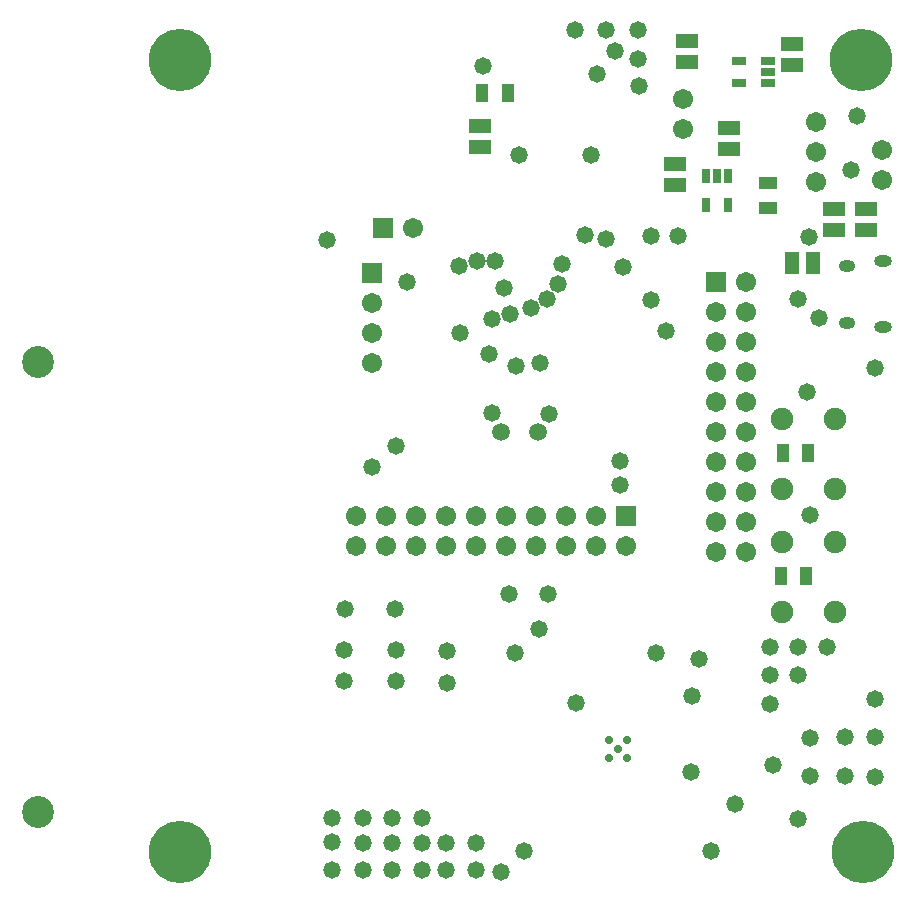
<source format=gbs>
%FSLAX25Y25*%
%MOIN*%
G70*
G01*
G75*
G04 Layer_Color=16711935*
%ADD10C,0.01969*%
%ADD11C,0.01000*%
%ADD12R,0.05512X0.03543*%
%ADD13R,0.03543X0.05512*%
%ADD14R,0.04016X0.07008*%
%ADD15R,0.06693X0.03150*%
%ADD16R,0.02756X0.03543*%
%ADD17R,0.05512X0.03150*%
%ADD18O,0.03740X0.00906*%
%ADD19R,0.03740X0.00906*%
%ADD20R,0.00906X0.03740*%
%ADD21R,0.09843X0.09843*%
%ADD22R,0.02756X0.02165*%
%ADD23R,0.12795X0.05118*%
%ADD24R,0.07087X0.01772*%
%ADD25R,0.05709X0.07874*%
%ADD26R,0.03543X0.02756*%
%ADD27R,0.04724X0.04331*%
%ADD28O,0.01181X0.06890*%
%ADD29O,0.06890X0.01181*%
G04:AMPARAMS|DCode=30|XSize=60mil|YSize=40mil|CornerRadius=19.8mil|HoleSize=0mil|Usage=FLASHONLY|Rotation=270.000|XOffset=0mil|YOffset=0mil|HoleType=Round|Shape=RoundedRectangle|*
%AMROUNDEDRECTD30*
21,1,0.06000,0.00040,0,0,270.0*
21,1,0.02040,0.04000,0,0,270.0*
1,1,0.03960,-0.00020,-0.01020*
1,1,0.03960,-0.00020,0.01020*
1,1,0.03960,0.00020,0.01020*
1,1,0.03960,0.00020,-0.01020*
%
%ADD30ROUNDEDRECTD30*%
G04:AMPARAMS|DCode=31|XSize=60mil|YSize=40mil|CornerRadius=19.8mil|HoleSize=0mil|Usage=FLASHONLY|Rotation=180.000|XOffset=0mil|YOffset=0mil|HoleType=Round|Shape=RoundedRectangle|*
%AMROUNDEDRECTD31*
21,1,0.06000,0.00040,0,0,180.0*
21,1,0.02040,0.04000,0,0,180.0*
1,1,0.03960,-0.01020,0.00020*
1,1,0.03960,0.01020,0.00020*
1,1,0.03960,0.01020,-0.00020*
1,1,0.03960,-0.01020,-0.00020*
%
%ADD31ROUNDEDRECTD31*%
%ADD32C,0.00787*%
%ADD33C,0.01500*%
%ADD34C,0.05906*%
%ADD35R,0.05906X0.05906*%
%ADD36C,0.20000*%
%ADD37C,0.20031*%
%ADD38O,0.04724X0.03150*%
%ADD39O,0.05118X0.03150*%
%ADD40C,0.05118*%
%ADD41C,0.09843*%
%ADD42C,0.06693*%
%ADD43R,0.05906X0.05906*%
%ADD44C,0.05000*%
%ADD45C,0.01969*%
%ADD46C,0.04000*%
%ADD47C,0.07543*%
%ADD48C,0.15799*%
%ADD49O,0.08331X0.06756*%
%ADD50O,0.08724X0.06756*%
%ADD51C,0.06756*%
%ADD52C,0.10299*%
%ADD53C,0.08724*%
%ADD54R,0.02362X0.03740*%
%ADD55R,0.07008X0.04016*%
%ADD56R,0.03150X0.05512*%
%ADD57R,0.03740X0.02362*%
%ADD58C,0.00984*%
%ADD59C,0.02362*%
%ADD60C,0.02000*%
%ADD61C,0.00197*%
%ADD62C,0.00394*%
%ADD63C,0.00591*%
%ADD64C,0.01600*%
%ADD65C,0.00500*%
%ADD66R,0.06312X0.04343*%
%ADD67R,0.04343X0.06312*%
%ADD68R,0.04816X0.07808*%
%ADD69R,0.07493X0.03950*%
%ADD70R,0.03556X0.04343*%
%ADD71R,0.06312X0.03950*%
%ADD72O,0.04540X0.01706*%
%ADD73R,0.04540X0.01706*%
%ADD74R,0.01706X0.04540*%
%ADD75R,0.10642X0.10642*%
%ADD76R,0.03556X0.02965*%
%ADD77R,0.13595X0.05918*%
%ADD78R,0.07887X0.02572*%
%ADD79R,0.06509X0.08674*%
%ADD80R,0.04343X0.03556*%
%ADD81R,0.05524X0.05131*%
%ADD82O,0.01981X0.07690*%
%ADD83O,0.07690X0.01981*%
G04:AMPARAMS|DCode=84|XSize=68mil|YSize=48mil|CornerRadius=23.8mil|HoleSize=0mil|Usage=FLASHONLY|Rotation=270.000|XOffset=0mil|YOffset=0mil|HoleType=Round|Shape=RoundedRectangle|*
%AMROUNDEDRECTD84*
21,1,0.06800,0.00040,0,0,270.0*
21,1,0.02040,0.04800,0,0,270.0*
1,1,0.04760,-0.00020,-0.01020*
1,1,0.04760,-0.00020,0.01020*
1,1,0.04760,0.00020,0.01020*
1,1,0.04760,0.00020,-0.01020*
%
%ADD84ROUNDEDRECTD84*%
G04:AMPARAMS|DCode=85|XSize=68mil|YSize=48mil|CornerRadius=23.8mil|HoleSize=0mil|Usage=FLASHONLY|Rotation=180.000|XOffset=0mil|YOffset=0mil|HoleType=Round|Shape=RoundedRectangle|*
%AMROUNDEDRECTD85*
21,1,0.06800,0.00040,0,0,180.0*
21,1,0.02040,0.04800,0,0,180.0*
1,1,0.04760,-0.01020,0.00020*
1,1,0.04760,0.01020,0.00020*
1,1,0.04760,0.01020,-0.00020*
1,1,0.04760,-0.01020,-0.00020*
%
%ADD85ROUNDEDRECTD85*%
%ADD86C,0.06706*%
%ADD87R,0.06706X0.06706*%
%ADD88C,0.20800*%
%ADD89C,0.20832*%
%ADD90O,0.05524X0.03950*%
%ADD91O,0.05918X0.03950*%
%ADD92C,0.05918*%
%ADD93C,0.10642*%
%ADD94C,0.07493*%
%ADD95R,0.06706X0.06706*%
%ADD96C,0.05800*%
%ADD97C,0.02769*%
%ADD98R,0.03162X0.04540*%
%ADD99R,0.07808X0.04816*%
%ADD100R,0.03950X0.06312*%
%ADD101R,0.04540X0.03162*%
D66*
X448500Y542134D02*
D03*
Y533866D02*
D03*
D67*
X461634Y452000D02*
D03*
X453366D02*
D03*
X452866Y411000D02*
D03*
X461134D02*
D03*
D68*
X456496Y515500D02*
D03*
X463504D02*
D03*
D86*
X311000Y421000D02*
D03*
Y431000D02*
D03*
X321000Y421000D02*
D03*
Y431000D02*
D03*
X331000Y421000D02*
D03*
Y431000D02*
D03*
X341000Y421000D02*
D03*
Y431000D02*
D03*
X351000Y421000D02*
D03*
Y431000D02*
D03*
X361000Y421000D02*
D03*
Y431000D02*
D03*
X371000Y421000D02*
D03*
Y431000D02*
D03*
X381000Y421000D02*
D03*
Y431000D02*
D03*
X391000Y421000D02*
D03*
Y431000D02*
D03*
X401000Y421000D02*
D03*
X330051Y527154D02*
D03*
X486500Y542921D02*
D03*
Y552921D02*
D03*
X464500Y542500D02*
D03*
Y552500D02*
D03*
Y562500D02*
D03*
X440954Y419000D02*
D03*
X430954D02*
D03*
X440954Y429000D02*
D03*
X430954D02*
D03*
X440954Y439000D02*
D03*
X430954D02*
D03*
X440954Y449000D02*
D03*
X430954D02*
D03*
X440954Y459000D02*
D03*
X430954D02*
D03*
X440954Y469000D02*
D03*
X430954D02*
D03*
X440954Y479000D02*
D03*
X430954D02*
D03*
X440954Y489000D02*
D03*
X430954D02*
D03*
X440954Y499000D02*
D03*
X430954D02*
D03*
X440954Y509000D02*
D03*
X316500Y502000D02*
D03*
Y492000D02*
D03*
Y482000D02*
D03*
X420114Y569924D02*
D03*
Y559925D02*
D03*
D87*
X401000Y431000D02*
D03*
X320051Y527154D02*
D03*
D88*
X480000Y319000D02*
D03*
X252500D02*
D03*
Y583000D02*
D03*
D89*
X479500D02*
D03*
D90*
X474713Y495472D02*
D03*
Y514567D02*
D03*
D91*
X486642Y493976D02*
D03*
Y516063D02*
D03*
D92*
X371766Y459173D02*
D03*
X359562D02*
D03*
D93*
X205000Y332500D02*
D03*
Y482500D02*
D03*
D94*
X470858Y463311D02*
D03*
X453142Y440083D02*
D03*
Y463311D02*
D03*
X470858Y440083D02*
D03*
Y422311D02*
D03*
X453142Y399083D02*
D03*
Y422311D02*
D03*
X470858Y399083D02*
D03*
D95*
X430954Y509000D02*
D03*
X316500Y512000D02*
D03*
D96*
X399000Y449500D02*
D03*
Y441500D02*
D03*
X465500Y497000D02*
D03*
X476000Y546500D02*
D03*
X478000Y564500D02*
D03*
X409500Y524500D02*
D03*
X418500D02*
D03*
X397500Y586000D02*
D03*
X405500Y574500D02*
D03*
X405000Y583500D02*
D03*
X394500Y593000D02*
D03*
X405000D02*
D03*
X384000D02*
D03*
X484000Y480500D02*
D03*
X462500Y357000D02*
D03*
X468000Y387500D02*
D03*
X458500Y378000D02*
D03*
X449000Y368500D02*
D03*
Y378000D02*
D03*
Y387500D02*
D03*
X458500D02*
D03*
X423000Y371000D02*
D03*
X462500Y431500D02*
D03*
X461500Y472500D02*
D03*
X328000Y509000D02*
D03*
X316500Y447500D02*
D03*
X324500Y454500D02*
D03*
X375000Y405000D02*
D03*
X362000D02*
D03*
X462500Y344500D02*
D03*
X474000D02*
D03*
Y357500D02*
D03*
X484000Y344000D02*
D03*
Y357500D02*
D03*
Y370000D02*
D03*
X341500Y386000D02*
D03*
Y375500D02*
D03*
X324500Y376000D02*
D03*
X307000D02*
D03*
Y386500D02*
D03*
X324500D02*
D03*
X324000Y400000D02*
D03*
X307500D02*
D03*
X333000Y330500D02*
D03*
X323000D02*
D03*
X351000Y322000D02*
D03*
X341000D02*
D03*
X333000D02*
D03*
X323000D02*
D03*
X313500D02*
D03*
X303000Y322500D02*
D03*
X359500Y312500D02*
D03*
X351000Y313000D02*
D03*
X341000D02*
D03*
X333000D02*
D03*
X323000D02*
D03*
X313500D02*
D03*
X303000D02*
D03*
X313500Y330500D02*
D03*
X303000D02*
D03*
X372000Y393500D02*
D03*
X422658Y345628D02*
D03*
X384500Y368704D02*
D03*
X425500Y383500D02*
D03*
X400000Y514000D02*
D03*
X411000Y385500D02*
D03*
X367000Y319500D02*
D03*
X429500D02*
D03*
X364000Y385500D02*
D03*
X437500Y335000D02*
D03*
X458500Y330000D02*
D03*
X356500Y465500D02*
D03*
X375500Y465000D02*
D03*
X345684Y492000D02*
D03*
X372500Y482000D02*
D03*
X355500Y485000D02*
D03*
X364500Y481000D02*
D03*
X414500Y492684D02*
D03*
X345500Y514500D02*
D03*
X387527Y524649D02*
D03*
X351500Y516000D02*
D03*
X450000Y348000D02*
D03*
X360500Y507000D02*
D03*
X374735Y503443D02*
D03*
X378500Y508500D02*
D03*
X356575Y496629D02*
D03*
X369431Y500319D02*
D03*
X362500Y498500D02*
D03*
X379843Y515232D02*
D03*
X357500Y516000D02*
D03*
X394500Y523297D02*
D03*
X409500Y503000D02*
D03*
X353297Y581142D02*
D03*
X391500Y578500D02*
D03*
X365500Y551500D02*
D03*
X389500D02*
D03*
X458500Y503500D02*
D03*
X462000Y524000D02*
D03*
X301500Y523000D02*
D03*
D97*
X398354Y353571D02*
D03*
X395500Y356524D02*
D03*
X401524D02*
D03*
X395500Y350500D02*
D03*
X401524D02*
D03*
D98*
X427760Y534677D02*
D03*
X435240D02*
D03*
Y544323D02*
D03*
X431500D02*
D03*
X427760D02*
D03*
D99*
X470500Y526496D02*
D03*
Y533504D02*
D03*
X435500Y560504D02*
D03*
Y553496D02*
D03*
X417500Y541496D02*
D03*
Y548504D02*
D03*
X421500Y589504D02*
D03*
Y582496D02*
D03*
X481000Y533504D02*
D03*
Y526496D02*
D03*
X456500Y588504D02*
D03*
Y581496D02*
D03*
X352500Y553996D02*
D03*
Y561004D02*
D03*
D100*
X361831Y572000D02*
D03*
X353169D02*
D03*
D101*
X438677Y582740D02*
D03*
Y575260D02*
D03*
X448323D02*
D03*
Y579000D02*
D03*
Y582740D02*
D03*
M02*

</source>
